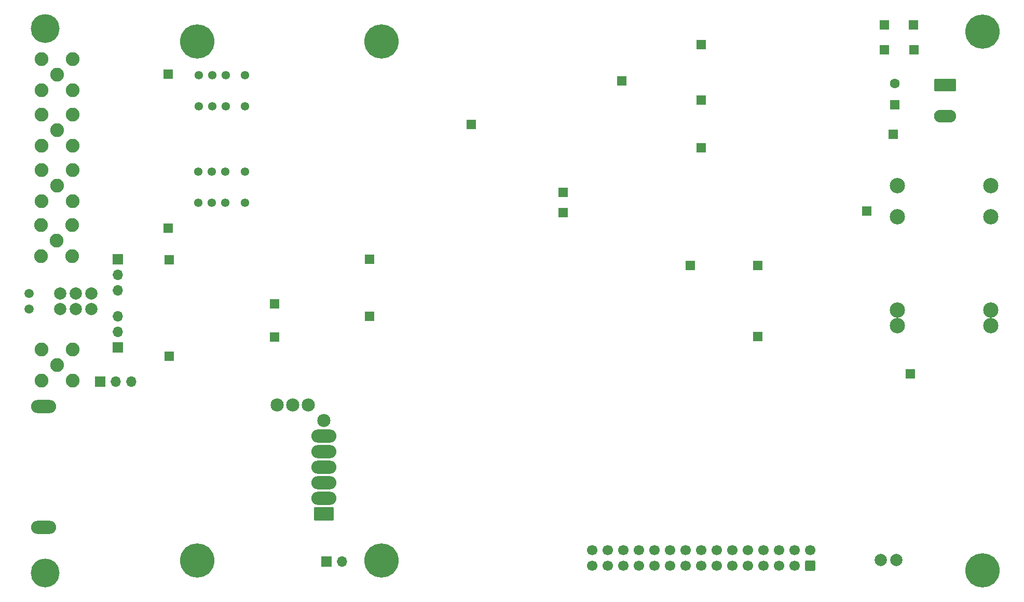
<source format=gbs>
%TF.GenerationSoftware,KiCad,Pcbnew,8.0.8*%
%TF.CreationDate,2025-02-17T12:12:58+01:00*%
%TF.ProjectId,AD DA module,41442044-4120-46d6-9f64-756c652e6b69,rev?*%
%TF.SameCoordinates,Original*%
%TF.FileFunction,Soldermask,Bot*%
%TF.FilePolarity,Negative*%
%FSLAX46Y46*%
G04 Gerber Fmt 4.6, Leading zero omitted, Abs format (unit mm)*
G04 Created by KiCad (PCBNEW 8.0.8) date 2025-02-17 12:12:58*
%MOMM*%
%LPD*%
G01*
G04 APERTURE LIST*
G04 Aperture macros list*
%AMRoundRect*
0 Rectangle with rounded corners*
0 $1 Rounding radius*
0 $2 $3 $4 $5 $6 $7 $8 $9 X,Y pos of 4 corners*
0 Add a 4 corners polygon primitive as box body*
4,1,4,$2,$3,$4,$5,$6,$7,$8,$9,$2,$3,0*
0 Add four circle primitives for the rounded corners*
1,1,$1+$1,$2,$3*
1,1,$1+$1,$4,$5*
1,1,$1+$1,$6,$7*
1,1,$1+$1,$8,$9*
0 Add four rect primitives between the rounded corners*
20,1,$1+$1,$2,$3,$4,$5,0*
20,1,$1+$1,$4,$5,$6,$7,0*
20,1,$1+$1,$6,$7,$8,$9,0*
20,1,$1+$1,$8,$9,$2,$3,0*%
G04 Aperture macros list end*
%ADD10C,2.000000*%
%ADD11C,1.500000*%
%ADD12C,5.600000*%
%ADD13C,2.250000*%
%ADD14C,4.700000*%
%ADD15R,1.500000X1.500000*%
%ADD16R,1.700000X1.700000*%
%ADD17O,1.700000X1.700000*%
%ADD18RoundRect,0.101600X1.500000X0.975000X-1.500000X0.975000X-1.500000X-0.975000X1.500000X-0.975000X0*%
%ADD19O,4.103200X2.153200*%
%ADD20C,2.153200*%
%ADD21C,1.381000*%
%ADD22RoundRect,0.249999X-1.550001X0.790001X-1.550001X-0.790001X1.550001X-0.790001X1.550001X0.790001X0*%
%ADD23O,3.600000X2.080000*%
%ADD24C,2.500000*%
%ADD25R,1.600000X1.600000*%
%ADD26C,1.600000*%
%ADD27RoundRect,0.250000X0.600000X-0.600000X0.600000X0.600000X-0.600000X0.600000X-0.600000X-0.600000X0*%
%ADD28C,1.700000*%
G04 APERTURE END LIST*
D10*
X6000000Y-51270000D03*
X8540000Y-51270000D03*
X11080000Y-51270000D03*
X6000000Y-48730000D03*
X8540000Y-48730000D03*
X11080000Y-48730000D03*
D11*
X920000Y-51270000D03*
X920000Y-48730000D03*
D12*
X58400000Y-92400000D03*
D13*
X5500000Y-13000000D03*
X2960000Y-15540000D03*
X8040000Y-15540000D03*
X2960000Y-10460000D03*
X8040000Y-10460000D03*
D12*
X156503000Y-93997000D03*
X28400000Y-92400000D03*
D14*
X3556000Y-5512000D03*
D12*
X28396000Y-7602000D03*
D14*
X3556000Y-94412000D03*
D12*
X58396000Y-7602000D03*
D13*
X5500000Y-31115000D03*
X2960000Y-33655000D03*
X8040000Y-33655000D03*
X2960000Y-28575000D03*
X8040000Y-28575000D03*
D12*
X156503000Y-6003000D03*
D15*
X110600000Y-25010000D03*
X119790000Y-55760000D03*
X40945000Y-55845000D03*
X137610000Y-35320000D03*
X23650000Y-38120000D03*
D13*
X5500000Y-60452000D03*
X8040000Y-57912000D03*
X2960000Y-57912000D03*
X8040000Y-62992000D03*
X2960000Y-62992000D03*
D15*
X140450000Y-4910000D03*
D10*
X142450000Y-92270000D03*
X139910000Y-92270000D03*
D15*
X40945000Y-50475000D03*
D16*
X15410000Y-43195000D03*
D17*
X15410000Y-45735000D03*
X15410000Y-48275000D03*
D18*
X49022000Y-84709000D03*
D19*
X49022000Y-82169000D03*
X49022000Y-79629000D03*
X49022000Y-77089000D03*
X49022000Y-74549000D03*
X49022000Y-72009000D03*
D20*
X49022000Y-69469000D03*
X46482000Y-66929000D03*
X43942000Y-66929000D03*
X41402000Y-66929000D03*
D19*
X3302000Y-67246500D03*
X3302000Y-86931500D03*
D15*
X97600000Y-14030000D03*
D16*
X49405000Y-92560000D03*
D17*
X51945000Y-92560000D03*
D15*
X110570000Y-8110000D03*
X56510000Y-43190000D03*
X23775000Y-58965000D03*
D21*
X36130000Y-33920000D03*
X32930000Y-33920000D03*
X30730000Y-33920000D03*
X28530000Y-33920000D03*
X28530000Y-28840000D03*
X30730000Y-28840000D03*
X32930000Y-28840000D03*
X36130000Y-28840000D03*
D13*
X5461000Y-40132000D03*
X8001000Y-37592000D03*
X2921000Y-37592000D03*
X8001000Y-42672000D03*
X2921000Y-42672000D03*
D15*
X110582500Y-17187500D03*
X140450000Y-9000000D03*
X108839000Y-44220000D03*
X145180000Y-4910000D03*
X23775000Y-43265000D03*
D13*
X5500000Y-22098000D03*
X8040000Y-19558000D03*
X2960000Y-19558000D03*
X8040000Y-24638000D03*
X2960000Y-24638000D03*
D16*
X15410000Y-57605000D03*
D17*
X15410000Y-55065000D03*
X15410000Y-52525000D03*
D15*
X119800000Y-44220000D03*
X88040000Y-35550000D03*
X23650000Y-12970000D03*
X56510000Y-52470000D03*
D22*
X150330000Y-14730000D03*
D23*
X150330000Y-19810000D03*
D24*
X142620000Y-54000000D03*
X142620000Y-51460000D03*
X142620000Y-36220000D03*
X142620000Y-31140000D03*
X157860000Y-31140000D03*
X157860000Y-36220000D03*
X157860000Y-51460000D03*
X157860000Y-54000000D03*
D25*
X142180000Y-17960000D03*
D26*
X142180000Y-14460000D03*
D15*
X145270000Y-9000000D03*
D27*
X128390000Y-93200000D03*
D28*
X128390000Y-90660000D03*
X125850000Y-93200000D03*
X125850000Y-90660000D03*
X123310000Y-93200000D03*
X123310000Y-90660000D03*
X120770000Y-93200000D03*
X120770000Y-90660000D03*
X118230000Y-93200000D03*
X118230000Y-90660000D03*
X115690000Y-93200000D03*
X115690000Y-90660000D03*
X113150000Y-93200000D03*
X113150000Y-90660000D03*
X110610000Y-93200000D03*
X110610000Y-90660000D03*
X108070000Y-93200000D03*
X108070000Y-90660000D03*
X105530000Y-93200000D03*
X105530000Y-90660000D03*
X102990000Y-93200000D03*
X102990000Y-90660000D03*
X100450000Y-93200000D03*
X100450000Y-90660000D03*
X97910000Y-93200000D03*
X97910000Y-90660000D03*
X95370000Y-93200000D03*
X95370000Y-90660000D03*
X92830000Y-93200000D03*
X92830000Y-90660000D03*
D16*
X12570000Y-63160000D03*
D17*
X15110000Y-63160000D03*
X17650000Y-63160000D03*
D21*
X36180000Y-18185000D03*
X32980000Y-18185000D03*
X30780000Y-18185000D03*
X28580000Y-18185000D03*
X28580000Y-13105000D03*
X30780000Y-13105000D03*
X32980000Y-13105000D03*
X36180000Y-13105000D03*
D15*
X141890000Y-22800000D03*
X88040000Y-32270000D03*
X73070000Y-21160000D03*
X144710000Y-61880000D03*
M02*

</source>
